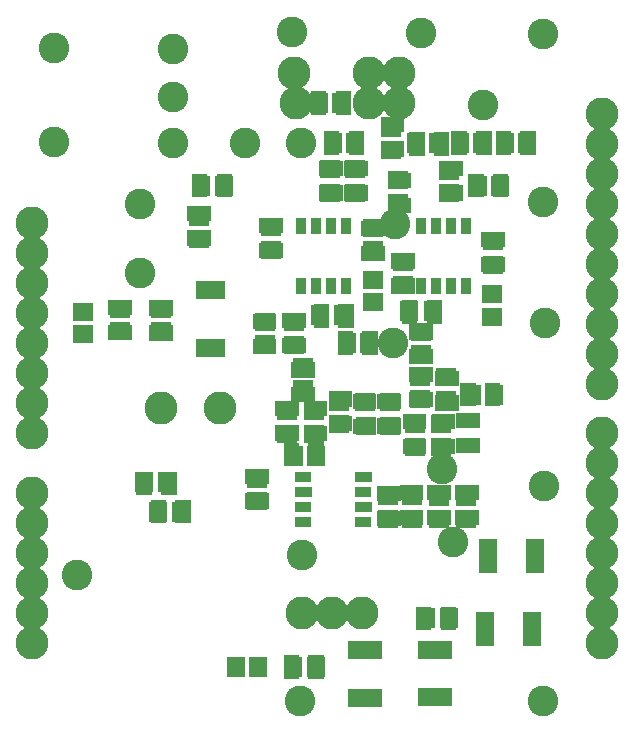
<source format=gbr>
%FSLAX34Y34*%
%MOMM*%
%LNSOLDERMASK_TOP*%
G71*
G01*
%ADD10R, 0.50X1.50*%
%ADD11C, 2.80*%
%ADD12R, 0.85X1.47*%
%ADD13R, 1.60X1.00*%
%ADD14C, 2.60*%
%ADD15R, 1.47X0.85*%
%ADD16C, 2.80*%
%ADD17R, 1.00X1.60*%
%ADD18R, 1.50X1.80*%
%ADD19R, 1.80X1.50*%
%ADD20R, 1.58X2.99*%
%ADD21R, 2.99X1.58*%
%LPD*%
X166781Y-234381D02*
G54D10*
D03*
X171781Y-234381D02*
G54D10*
D03*
X176781Y-234381D02*
G54D10*
D03*
X181781Y-234381D02*
G54D10*
D03*
X186781Y-234381D02*
G54D10*
D03*
X166781Y-283381D02*
G54D10*
D03*
X171781Y-283381D02*
G54D10*
D03*
X176781Y-283381D02*
G54D10*
D03*
X181781Y-283381D02*
G54D10*
D03*
X186781Y-283381D02*
G54D10*
D03*
X184781Y-334381D02*
G54D11*
D03*
X134781Y-334381D02*
G54D11*
D03*
G36*
X135150Y-388338D02*
X148150Y-388338D01*
X148150Y-408338D01*
X135150Y-408338D01*
X135150Y-388338D01*
G37*
G36*
X114150Y-388338D02*
X127150Y-388338D01*
X127150Y-408338D01*
X114150Y-408338D01*
X114150Y-388338D01*
G37*
G36*
X147056Y-412150D02*
X160056Y-412150D01*
X160056Y-432150D01*
X147056Y-432150D01*
X147056Y-412150D01*
G37*
G36*
X126056Y-412150D02*
X139056Y-412150D01*
X139056Y-432150D01*
X126056Y-432150D01*
X126056Y-412150D01*
G37*
X253135Y-180027D02*
G54D12*
D03*
X265835Y-180027D02*
G54D12*
D03*
X278535Y-180027D02*
G54D12*
D03*
X291235Y-180027D02*
G54D12*
D03*
X291235Y-230827D02*
G54D12*
D03*
X278535Y-230827D02*
G54D12*
D03*
X265835Y-230827D02*
G54D12*
D03*
X253135Y-230827D02*
G54D12*
D03*
X354735Y-180027D02*
G54D12*
D03*
X367435Y-180027D02*
G54D12*
D03*
X380135Y-180027D02*
G54D12*
D03*
X392835Y-180027D02*
G54D12*
D03*
X392835Y-230827D02*
G54D12*
D03*
X380135Y-230827D02*
G54D12*
D03*
X367435Y-230827D02*
G54D12*
D03*
X354735Y-230827D02*
G54D12*
D03*
G36*
X232482Y-275784D02*
X232482Y-288784D01*
X212482Y-288784D01*
X212482Y-275784D01*
X232482Y-275784D01*
G37*
G36*
X232482Y-254784D02*
X232482Y-267784D01*
X212482Y-267784D01*
X212482Y-254784D01*
X232482Y-254784D01*
G37*
G36*
X305409Y-269275D02*
X318409Y-269275D01*
X318409Y-289275D01*
X305409Y-289275D01*
X305409Y-269275D01*
G37*
G36*
X284409Y-269275D02*
X297409Y-269275D01*
X297409Y-289275D01*
X284409Y-289275D01*
X284409Y-269275D01*
G37*
G36*
X288823Y-145971D02*
X288823Y-158971D01*
X268823Y-158971D01*
X268823Y-145971D01*
X288823Y-145971D01*
G37*
G36*
X288823Y-124971D02*
X288823Y-137971D01*
X268823Y-137971D01*
X268823Y-124971D01*
X288823Y-124971D01*
G37*
G36*
X309857Y-145971D02*
X309857Y-158971D01*
X289857Y-158971D01*
X289857Y-145971D01*
X309857Y-145971D01*
G37*
G36*
X309857Y-124971D02*
X309857Y-137971D01*
X289857Y-137971D01*
X289857Y-124971D01*
X309857Y-124971D01*
G37*
G36*
X390423Y-145971D02*
X390423Y-158971D01*
X370423Y-158971D01*
X370423Y-145971D01*
X390423Y-145971D01*
G37*
G36*
X390423Y-124971D02*
X390423Y-137971D01*
X370423Y-137971D01*
X370423Y-124971D01*
X390423Y-124971D01*
G37*
G36*
X408123Y-155989D02*
X395123Y-155989D01*
X395123Y-135989D01*
X408123Y-135989D01*
X408123Y-155989D01*
G37*
G36*
X429123Y-155989D02*
X416123Y-155989D01*
X416123Y-135989D01*
X429123Y-135989D01*
X429123Y-155989D01*
G37*
G36*
X324541Y-197168D02*
X324541Y-210168D01*
X304541Y-210168D01*
X304541Y-197168D01*
X324541Y-197168D01*
G37*
G36*
X324541Y-176168D02*
X324541Y-189168D01*
X304541Y-189168D01*
X304541Y-176168D01*
X324541Y-176168D01*
G37*
G36*
X426141Y-206296D02*
X426141Y-219296D01*
X406141Y-219296D01*
X406141Y-206296D01*
X426141Y-206296D01*
G37*
G36*
X426141Y-185296D02*
X426141Y-198296D01*
X406141Y-198296D01*
X406141Y-185296D01*
X426141Y-185296D01*
G37*
X314700Y-225718D02*
G54D13*
D03*
X314700Y-245518D02*
G54D13*
D03*
X415109Y-238021D02*
G54D13*
D03*
X415109Y-257821D02*
G54D13*
D03*
G36*
X293900Y-100206D02*
X306900Y-100206D01*
X306900Y-120206D01*
X293900Y-120206D01*
X293900Y-100206D01*
G37*
G36*
X272900Y-100206D02*
X285900Y-100206D01*
X285900Y-120206D01*
X272900Y-120206D01*
X272900Y-100206D01*
G37*
G36*
X401850Y-100206D02*
X414850Y-100206D01*
X414850Y-120206D01*
X401850Y-120206D01*
X401850Y-100206D01*
G37*
G36*
X380850Y-100206D02*
X393850Y-100206D01*
X393850Y-120206D01*
X380850Y-120206D01*
X380850Y-100206D01*
G37*
G36*
X238023Y-194390D02*
X238023Y-207390D01*
X218023Y-207390D01*
X218023Y-194390D01*
X238023Y-194390D01*
G37*
G36*
X238023Y-173390D02*
X238023Y-186390D01*
X218023Y-186390D01*
X218023Y-173390D01*
X238023Y-173390D01*
G37*
G36*
X349941Y-224552D02*
X349941Y-237552D01*
X329941Y-237552D01*
X329941Y-224552D01*
X349941Y-224552D01*
G37*
G36*
X349941Y-203552D02*
X349941Y-216552D01*
X329941Y-216552D01*
X329941Y-203552D01*
X349941Y-203552D01*
G37*
G36*
X257470Y-274955D02*
X257470Y-287955D01*
X237470Y-287955D01*
X237470Y-274955D01*
X257470Y-274955D01*
G37*
G36*
X257470Y-253955D02*
X257470Y-266955D01*
X237470Y-266955D01*
X237470Y-253955D01*
X257470Y-253955D01*
G37*
G36*
X365023Y-284480D02*
X365023Y-297480D01*
X345023Y-297480D01*
X345023Y-284480D01*
X365023Y-284480D01*
G37*
G36*
X365023Y-263480D02*
X365023Y-276480D01*
X345023Y-276480D01*
X345023Y-263480D01*
X365023Y-263480D01*
G37*
X333375Y-178469D02*
G54D14*
D03*
X458790Y-159820D02*
G54D14*
D03*
X331790Y-279270D02*
G54D14*
D03*
G36*
X277189Y-266307D02*
X264189Y-266307D01*
X264189Y-246307D01*
X277189Y-246307D01*
X277189Y-266307D01*
G37*
G36*
X298189Y-266307D02*
X285189Y-266307D01*
X285189Y-246307D01*
X298189Y-246307D01*
X298189Y-266307D01*
G37*
G36*
X351802Y-263132D02*
X338802Y-263132D01*
X338802Y-243132D01*
X351802Y-243132D01*
X351802Y-263132D01*
G37*
G36*
X372802Y-263132D02*
X359802Y-263132D01*
X359802Y-243132D01*
X372802Y-243132D01*
X372802Y-263132D01*
G37*
X117570Y-220410D02*
G54D14*
D03*
G36*
X181981Y-135925D02*
X194981Y-135925D01*
X194981Y-155925D01*
X181981Y-155925D01*
X181981Y-135925D01*
G37*
G36*
X160981Y-135925D02*
X173981Y-135925D01*
X173981Y-155925D01*
X160981Y-155925D01*
X160981Y-135925D01*
G37*
G36*
X176904Y-184071D02*
X176904Y-197071D01*
X156904Y-197071D01*
X156904Y-184071D01*
X176904Y-184071D01*
G37*
G36*
X176904Y-163071D02*
X176904Y-176071D01*
X156904Y-176071D01*
X156904Y-163071D01*
X176904Y-163071D01*
G37*
G36*
X340870Y-108664D02*
X340870Y-121664D01*
X320870Y-121664D01*
X320870Y-108664D01*
X340870Y-108664D01*
G37*
G36*
X340870Y-87664D02*
X340870Y-100664D01*
X320870Y-100664D01*
X320870Y-87664D01*
X340870Y-87664D01*
G37*
G36*
X366131Y-101000D02*
X379131Y-101000D01*
X379131Y-121000D01*
X366131Y-121000D01*
X366131Y-101000D01*
G37*
G36*
X345131Y-101000D02*
X358131Y-101000D01*
X358131Y-121000D01*
X345131Y-121000D01*
X345131Y-101000D01*
G37*
G36*
X439156Y-100206D02*
X452156Y-100206D01*
X452156Y-120206D01*
X439156Y-120206D01*
X439156Y-100206D01*
G37*
G36*
X418156Y-100206D02*
X431156Y-100206D01*
X431156Y-120206D01*
X418156Y-120206D01*
X418156Y-100206D01*
G37*
G36*
X346766Y-156290D02*
X346766Y-169290D01*
X326766Y-169290D01*
X326766Y-156290D01*
X346766Y-156290D01*
G37*
G36*
X346766Y-135290D02*
X346766Y-148290D01*
X326766Y-148290D01*
X326766Y-135290D01*
X346766Y-135290D01*
G37*
X407200Y-78060D02*
G54D14*
D03*
X255587Y-430881D02*
G54D15*
D03*
X255588Y-418181D02*
G54D15*
D03*
G36*
X248237Y-401231D02*
X262937Y-401231D01*
X262938Y-409731D01*
X248237Y-409731D01*
X248237Y-401231D01*
G37*
X255588Y-392781D02*
G54D15*
D03*
G36*
X299038Y-388531D02*
X313738Y-388531D01*
X313738Y-397031D01*
X299038Y-397031D01*
X299038Y-388531D01*
G37*
X306388Y-405481D02*
G54D15*
D03*
G36*
X299038Y-413931D02*
X313738Y-413931D01*
X313738Y-422431D01*
X299038Y-422431D01*
X299038Y-413931D01*
G37*
X306388Y-430881D02*
G54D15*
D03*
G36*
X265011Y-316628D02*
X265011Y-329628D01*
X245011Y-329628D01*
X245011Y-316628D01*
X265011Y-316628D01*
G37*
G36*
X265011Y-295628D02*
X265011Y-308628D01*
X245011Y-308628D01*
X245011Y-295628D01*
X265011Y-295628D01*
G37*
G36*
X365023Y-320596D02*
X365023Y-333596D01*
X345023Y-333596D01*
X345023Y-320596D01*
X365023Y-320596D01*
G37*
G36*
X365023Y-299596D02*
X365023Y-312596D01*
X345023Y-312596D01*
X345023Y-299596D01*
X365023Y-299596D01*
G37*
G36*
X401377Y-332996D02*
X388377Y-332996D01*
X388377Y-312996D01*
X401377Y-312996D01*
X401377Y-332996D01*
G37*
G36*
X422377Y-332996D02*
X409377Y-332996D01*
X409377Y-312996D01*
X422377Y-312996D01*
X422377Y-332996D01*
G37*
G36*
X404711Y-359490D02*
X404711Y-372490D01*
X384711Y-372490D01*
X384711Y-359490D01*
X404711Y-359490D01*
G37*
G36*
X404711Y-338490D02*
X404711Y-351490D01*
X384711Y-351490D01*
X384711Y-338490D01*
X404711Y-338490D01*
G37*
G36*
X364022Y-352304D02*
X364022Y-339304D01*
X384022Y-339304D01*
X384022Y-352304D01*
X364022Y-352304D01*
G37*
G36*
X364022Y-373304D02*
X364022Y-360304D01*
X384022Y-360304D01*
X384022Y-373304D01*
X364022Y-373304D01*
G37*
G36*
X339416Y-352304D02*
X339416Y-339304D01*
X359416Y-339304D01*
X359416Y-352304D01*
X339416Y-352304D01*
G37*
G36*
X339416Y-373304D02*
X339416Y-360304D01*
X359416Y-360304D01*
X359416Y-373304D01*
X339416Y-373304D01*
G37*
X373060Y-385642D02*
G54D14*
D03*
X254000Y-459060D02*
G54D14*
D03*
G36*
X360054Y-412629D02*
X360054Y-399629D01*
X380054Y-399629D01*
X380054Y-412629D01*
X360054Y-412629D01*
G37*
G36*
X360054Y-433629D02*
X360054Y-420629D01*
X380054Y-420629D01*
X380054Y-433629D01*
X360054Y-433629D01*
G37*
G36*
X383866Y-412629D02*
X383866Y-399629D01*
X403866Y-399629D01*
X403866Y-412629D01*
X383866Y-412629D01*
G37*
G36*
X383866Y-433629D02*
X383866Y-420629D01*
X403866Y-420629D01*
X403866Y-433629D01*
X383866Y-433629D01*
G37*
X382590Y-447550D02*
G54D14*
D03*
G36*
X206066Y-398738D02*
X206066Y-385738D01*
X226066Y-385738D01*
X226066Y-398738D01*
X206066Y-398738D01*
G37*
G36*
X206066Y-419738D02*
X206066Y-406738D01*
X226066Y-406738D01*
X226066Y-419738D01*
X206066Y-419738D01*
G37*
G36*
X337035Y-412629D02*
X337035Y-399629D01*
X357035Y-399629D01*
X357035Y-412629D01*
X337035Y-412629D01*
G37*
G36*
X337035Y-433629D02*
X337035Y-420629D01*
X357035Y-420629D01*
X357035Y-433629D01*
X337035Y-433629D01*
G37*
X254000Y-508000D02*
G54D16*
D03*
X279400Y-508000D02*
G54D16*
D03*
X304800Y-508000D02*
G54D16*
D03*
X25400Y-533400D02*
G54D16*
D03*
X25400Y-508000D02*
G54D16*
D03*
X25400Y-482600D02*
G54D16*
D03*
X25400Y-457200D02*
G54D16*
D03*
X25400Y-431800D02*
G54D16*
D03*
X25400Y-406400D02*
G54D16*
D03*
X25400Y-355600D02*
G54D16*
D03*
X25400Y-330200D02*
G54D16*
D03*
X25400Y-304800D02*
G54D16*
D03*
X25400Y-279400D02*
G54D16*
D03*
X25400Y-254000D02*
G54D16*
D03*
X25400Y-228600D02*
G54D16*
D03*
X508000Y-533400D02*
G54D16*
D03*
X508000Y-508000D02*
G54D16*
D03*
X508000Y-482600D02*
G54D16*
D03*
X508000Y-457200D02*
G54D16*
D03*
X508000Y-431800D02*
G54D16*
D03*
X508000Y-406400D02*
G54D16*
D03*
X508000Y-381000D02*
G54D16*
D03*
X508000Y-355600D02*
G54D16*
D03*
X508000Y-314325D02*
G54D16*
D03*
X508000Y-288925D02*
G54D16*
D03*
X508000Y-263525D02*
G54D16*
D03*
X508000Y-238125D02*
G54D16*
D03*
X508000Y-212725D02*
G54D16*
D03*
X508000Y-187325D02*
G54D16*
D03*
X508000Y-161925D02*
G54D16*
D03*
X508000Y-136525D02*
G54D16*
D03*
X25400Y-203200D02*
G54D16*
D03*
X25400Y-177800D02*
G54D16*
D03*
X68637Y-253103D02*
G54D13*
D03*
X68637Y-272903D02*
G54D13*
D03*
X253200Y-110330D02*
G54D14*
D03*
X508000Y-111125D02*
G54D16*
D03*
X508000Y-85725D02*
G54D16*
D03*
G36*
X259790Y-363782D02*
X272790Y-363782D01*
X272790Y-383782D01*
X259790Y-383782D01*
X259790Y-363782D01*
G37*
G36*
X238790Y-363782D02*
X251790Y-363782D01*
X251790Y-383782D01*
X238790Y-383782D01*
X238790Y-363782D01*
G37*
G36*
X251466Y-349192D02*
X251466Y-362192D01*
X231466Y-362192D01*
X231466Y-349192D01*
X251466Y-349192D01*
G37*
G36*
X251466Y-328192D02*
X251466Y-341192D01*
X231466Y-341192D01*
X231466Y-328192D01*
X251466Y-328192D01*
G37*
G36*
X275737Y-349588D02*
X275737Y-362588D01*
X255737Y-362588D01*
X255737Y-349588D01*
X275737Y-349588D01*
G37*
G36*
X275737Y-328588D02*
X275737Y-341588D01*
X255737Y-341588D01*
X255737Y-328588D01*
X275737Y-328588D01*
G37*
G36*
X276761Y-333234D02*
X276761Y-320234D01*
X296761Y-320234D01*
X296761Y-333234D01*
X276761Y-333234D01*
G37*
G36*
X276761Y-354234D02*
X276761Y-341234D01*
X296761Y-341234D01*
X296761Y-354234D01*
X276761Y-354234D01*
G37*
G36*
X318036Y-413402D02*
X318036Y-400402D01*
X338036Y-400402D01*
X338036Y-413402D01*
X318036Y-413402D01*
G37*
G36*
X318036Y-434402D02*
X318036Y-421402D01*
X338036Y-421402D01*
X338036Y-434402D01*
X318036Y-434402D01*
G37*
G36*
X317348Y-343635D02*
X317348Y-356635D01*
X297348Y-356635D01*
X297348Y-343635D01*
X317348Y-343635D01*
G37*
G36*
X317348Y-322635D02*
X317348Y-335635D01*
X297348Y-335635D01*
X297348Y-322635D01*
X317348Y-322635D01*
G37*
G36*
X337985Y-343238D02*
X337985Y-356238D01*
X317985Y-356238D01*
X317985Y-343238D01*
X337985Y-343238D01*
G37*
G36*
X337985Y-322238D02*
X337985Y-335238D01*
X317985Y-335238D01*
X317985Y-322238D01*
X337985Y-322238D01*
G37*
G36*
X366851Y-315771D02*
X366851Y-302771D01*
X386851Y-302771D01*
X386851Y-315771D01*
X366851Y-315771D01*
G37*
G36*
X366851Y-336771D02*
X366851Y-323771D01*
X386851Y-323771D01*
X386851Y-336771D01*
X366851Y-336771D01*
G37*
G36*
X144861Y-264352D02*
X144861Y-277352D01*
X124861Y-277352D01*
X124861Y-264352D01*
X144861Y-264352D01*
G37*
G36*
X144861Y-243352D02*
X144861Y-256352D01*
X124861Y-256352D01*
X124861Y-243352D01*
X144861Y-243352D01*
G37*
G36*
X110155Y-263880D02*
X110155Y-276880D01*
X90155Y-276880D01*
X90155Y-263880D01*
X110155Y-263880D01*
G37*
G36*
X110155Y-242880D02*
X110155Y-255880D01*
X90155Y-255880D01*
X90155Y-242880D01*
X110155Y-242880D01*
G37*
X336153Y-50800D02*
G54D16*
D03*
X336153Y-76597D02*
G54D16*
D03*
X310753Y-76200D02*
G54D16*
D03*
X310753Y-50800D02*
G54D16*
D03*
G36*
X282788Y-66075D02*
X295788Y-66075D01*
X295788Y-86075D01*
X282788Y-86075D01*
X282788Y-66075D01*
G37*
G36*
X261788Y-66075D02*
X274788Y-66075D01*
X274788Y-86075D01*
X261788Y-86075D01*
X261788Y-66075D01*
G37*
X247650Y-50800D02*
G54D16*
D03*
X249238Y-76200D02*
G54D16*
D03*
X198040Y-553516D02*
G54D17*
D03*
X217840Y-553516D02*
G54D17*
D03*
G36*
X259769Y-543912D02*
X272769Y-543912D01*
X272769Y-563912D01*
X259769Y-563912D01*
X259769Y-543912D01*
G37*
G36*
X238769Y-543912D02*
X251769Y-543912D01*
X251769Y-563912D01*
X238769Y-563912D01*
X238769Y-543912D01*
G37*
G36*
X371688Y-502638D02*
X384688Y-502638D01*
X384688Y-522638D01*
X371688Y-522638D01*
X371688Y-502638D01*
G37*
G36*
X350688Y-502638D02*
X363688Y-502638D01*
X363688Y-522638D01*
X350688Y-522638D01*
X350688Y-502638D01*
G37*
X145350Y-109680D02*
G54D14*
D03*
X205680Y-109680D02*
G54D14*
D03*
X145350Y-30300D02*
G54D14*
D03*
X145350Y-70790D02*
G54D14*
D03*
X116780Y-161270D02*
G54D14*
D03*
X246856Y-553641D02*
G54D18*
D03*
X265856Y-553641D02*
G54D18*
D03*
X378569Y-512365D02*
G54D18*
D03*
X359569Y-512365D02*
G54D18*
D03*
X215875Y-394518D02*
G54D19*
D03*
X215875Y-413518D02*
G54D19*
D03*
X120650Y-397272D02*
G54D18*
D03*
X139650Y-397272D02*
G54D18*
D03*
X132556Y-422672D02*
G54D18*
D03*
X151556Y-422672D02*
G54D18*
D03*
X169069Y-146844D02*
G54D18*
D03*
X188069Y-146844D02*
G54D18*
D03*
X167456Y-172665D02*
G54D19*
D03*
X167456Y-191665D02*
G54D19*
D03*
X228178Y-181396D02*
G54D19*
D03*
X228178Y-200396D02*
G54D19*
D03*
X280194Y-110331D02*
G54D18*
D03*
X299194Y-110331D02*
G54D18*
D03*
X268684Y-75803D02*
G54D18*
D03*
X287684Y-75803D02*
G54D18*
D03*
X329778Y-97260D02*
G54D19*
D03*
X329778Y-116260D02*
G54D19*
D03*
X378990Y-133771D02*
G54D19*
D03*
X378990Y-152771D02*
G54D19*
D03*
X403225Y-146447D02*
G54D18*
D03*
X422225Y-146447D02*
G54D18*
D03*
X425847Y-110331D02*
G54D18*
D03*
X444847Y-110331D02*
G54D18*
D03*
X335731Y-141710D02*
G54D19*
D03*
X335731Y-160710D02*
G54D19*
D03*
X292100Y-279797D02*
G54D18*
D03*
X311100Y-279797D02*
G54D18*
D03*
X269875Y-255588D02*
G54D18*
D03*
X288875Y-255588D02*
G54D18*
D03*
X223018Y-261565D02*
G54D19*
D03*
X223018Y-280565D02*
G54D19*
D03*
X314301Y-181794D02*
G54D19*
D03*
X314301Y-200794D02*
G54D19*
D03*
X388144Y-110331D02*
G54D18*
D03*
X407144Y-110331D02*
G54D18*
D03*
X350441Y-110331D02*
G54D18*
D03*
X369441Y-110331D02*
G54D18*
D03*
X354781Y-269900D02*
G54D19*
D03*
X354781Y-288900D02*
G54D19*
D03*
X398066Y-323056D02*
G54D18*
D03*
X417066Y-323056D02*
G54D18*
D03*
X354385Y-308000D02*
G54D19*
D03*
X354385Y-327000D02*
G54D19*
D03*
X376213Y-308397D02*
G54D19*
D03*
X376213Y-327397D02*
G54D19*
D03*
X349622Y-348084D02*
G54D19*
D03*
X349622Y-367084D02*
G54D19*
D03*
X372243Y-348084D02*
G54D19*
D03*
X372243Y-367084D02*
G54D19*
D03*
X327000Y-409203D02*
G54D19*
D03*
X327000Y-428203D02*
G54D19*
D03*
X255165Y-299665D02*
G54D19*
D03*
X255165Y-318665D02*
G54D19*
D03*
X247253Y-375444D02*
G54D18*
D03*
X266253Y-375444D02*
G54D18*
D03*
X241275Y-337368D02*
G54D19*
D03*
X241275Y-356368D02*
G54D19*
D03*
X264690Y-337368D02*
G54D19*
D03*
X264690Y-356368D02*
G54D19*
D03*
X285725Y-329034D02*
G54D19*
D03*
X285725Y-348034D02*
G54D19*
D03*
X327000Y-409203D02*
G54D19*
D03*
X327000Y-428203D02*
G54D19*
D03*
X347637Y-409203D02*
G54D19*
D03*
X347637Y-428203D02*
G54D19*
D03*
X370259Y-409600D02*
G54D19*
D03*
X370259Y-428600D02*
G54D19*
D03*
X392881Y-409600D02*
G54D19*
D03*
X392881Y-428600D02*
G54D19*
D03*
X307950Y-329431D02*
G54D19*
D03*
X308346Y-349622D02*
G54D19*
D03*
X328984Y-329431D02*
G54D19*
D03*
X328984Y-349622D02*
G54D19*
D03*
X247625Y-261565D02*
G54D19*
D03*
X247228Y-281359D02*
G54D19*
D03*
X344884Y-252412D02*
G54D18*
D03*
X365472Y-252016D02*
G54D18*
D03*
X277787Y-131788D02*
G54D19*
D03*
X278184Y-151978D02*
G54D19*
D03*
X299218Y-131788D02*
G54D19*
D03*
X299218Y-151978D02*
G54D19*
D03*
X416296Y-193303D02*
G54D19*
D03*
X416296Y-213096D02*
G54D19*
D03*
X339700Y-210765D02*
G54D19*
D03*
X339700Y-230559D02*
G54D19*
D03*
X63500Y-475460D02*
G54D14*
D03*
X459980Y-262730D02*
G54D14*
D03*
X459580Y-400050D02*
G54D14*
D03*
X458790Y-17860D02*
G54D14*
D03*
X252810Y-582220D02*
G54D14*
D03*
X458390Y-582610D02*
G54D14*
D03*
X44055Y-29770D02*
G54D14*
D03*
X354810Y-17070D02*
G54D14*
D03*
X245670Y-16270D02*
G54D14*
D03*
X44450Y-109140D02*
G54D14*
D03*
X409575Y-521891D02*
G54D20*
D03*
X449475Y-521891D02*
G54D20*
D03*
X411559Y-459978D02*
G54D20*
D03*
X451459Y-459978D02*
G54D20*
D03*
X307288Y-539643D02*
G54D21*
D03*
X307288Y-579543D02*
G54D21*
D03*
X366819Y-539246D02*
G54D21*
D03*
X366819Y-579146D02*
G54D21*
D03*
X99987Y-250453D02*
G54D19*
D03*
X99987Y-269453D02*
G54D19*
D03*
X134912Y-250453D02*
G54D19*
D03*
X134912Y-269453D02*
G54D19*
D03*
X198040Y-553516D02*
G54D18*
D03*
X217040Y-553516D02*
G54D18*
D03*
X68637Y-253103D02*
G54D19*
D03*
X68637Y-272103D02*
G54D19*
D03*
X314700Y-225718D02*
G54D19*
D03*
X314700Y-244718D02*
G54D19*
D03*
X415109Y-238021D02*
G54D19*
D03*
X415109Y-257021D02*
G54D19*
D03*
M02*

</source>
